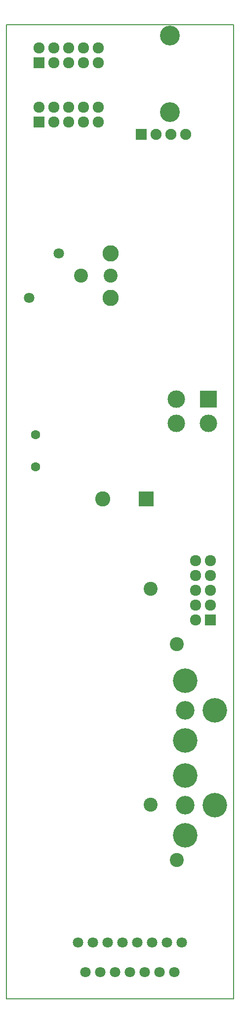
<source format=gbr>
G04 #@! TF.GenerationSoftware,KiCad,Pcbnew,(5.0.0-rc2-dev-311-g1dd4af297)*
G04 #@! TF.CreationDate,2018-06-04T15:35:21+02:00*
G04 #@! TF.ProjectId,resetUSB,72657365745553422E6B696361645F70,1.0*
G04 #@! TF.SameCoordinates,PX6ad8e7cPY2bcdfd4*
G04 #@! TF.FileFunction,Soldermask,Bot*
G04 #@! TF.FilePolarity,Negative*
%FSLAX46Y46*%
G04 Gerber Fmt 4.6, Leading zero omitted, Abs format (unit mm)*
G04 Created by KiCad (PCBNEW (5.0.0-rc2-dev-311-g1dd4af297)) date 06/04/18 15:35:21*
%MOMM*%
%LPD*%
G01*
G04 APERTURE LIST*
%ADD10C,0.200000*%
%ADD11C,0.150000*%
%ADD12C,1.800000*%
%ADD13C,1.600000*%
%ADD14C,2.400000*%
%ADD15O,1.927200X1.927200*%
%ADD16R,1.927200X1.927200*%
%ADD17C,4.200000*%
%ADD18C,3.200000*%
%ADD19C,3.000000*%
%ADD20R,3.000000X3.000000*%
%ADD21C,2.800000*%
%ADD22C,3.400000*%
%ADD23C,2.600000*%
%ADD24R,2.600000X2.600000*%
%ADD25O,1.900000X1.900000*%
%ADD26R,1.900000X1.900000*%
G04 APERTURE END LIST*
D10*
X39000000Y-167000000D02*
X39000000Y0D01*
X0Y-167000000D02*
X39000000Y-167000000D01*
X0Y0D02*
X0Y-167000000D01*
D11*
X39000000Y0D02*
X0Y0D01*
D12*
X12305000Y-157300000D03*
X14845000Y-157300000D03*
X17385000Y-157300000D03*
X19925000Y-157300000D03*
X22465000Y-157300000D03*
X25005000Y-157300000D03*
X27545000Y-157300000D03*
X30085000Y-157300000D03*
X13575000Y-162380000D03*
X16115000Y-162380000D03*
X18655000Y-162380000D03*
X28815000Y-162380000D03*
X26275000Y-162380000D03*
X23735000Y-162380000D03*
X21195000Y-162380000D03*
D13*
X5000000Y-75750000D03*
X5000000Y-70250000D03*
D14*
X24770000Y-96650000D03*
X29210000Y-106180000D03*
D15*
X32460000Y-91840000D03*
X35000000Y-91840000D03*
X32460000Y-94380000D03*
X35000000Y-94380000D03*
X32460000Y-96920000D03*
X35000000Y-96920000D03*
X32460000Y-99460000D03*
X35000000Y-99460000D03*
X32460000Y-102000000D03*
D16*
X35000000Y-102000000D03*
D17*
X30658500Y-128705500D03*
X30658500Y-138905500D03*
D18*
X30658500Y-133805500D03*
D17*
X35758500Y-133805500D03*
D19*
X29158000Y-68361000D03*
X29158000Y-64161000D03*
X34658000Y-68361000D03*
D20*
X34658000Y-64161000D03*
D17*
X30658500Y-112449500D03*
X30658500Y-122649500D03*
D18*
X30658500Y-117549500D03*
D17*
X35758500Y-117549500D03*
D12*
X3920000Y-46810000D03*
X9000000Y-39190000D03*
D14*
X12810000Y-43000000D03*
X17890000Y-43000000D03*
D21*
X17890000Y-46810000D03*
X17890000Y-39190000D03*
D22*
X28043500Y-1853500D03*
X28043500Y-14993500D03*
D23*
X16500000Y-81280000D03*
D24*
X24000000Y-81280000D03*
D14*
X24770000Y-133650000D03*
X29210000Y-143180000D03*
D15*
X15774000Y-3989000D03*
X15774000Y-6529000D03*
X13234000Y-3989000D03*
X13234000Y-6529000D03*
X10694000Y-3989000D03*
X10694000Y-6529000D03*
X8154000Y-3989000D03*
X8154000Y-6529000D03*
X5614000Y-3989000D03*
D16*
X5614000Y-6529000D03*
D15*
X15774000Y-14149000D03*
X15774000Y-16689000D03*
X13234000Y-14149000D03*
X13234000Y-16689000D03*
X10694000Y-14149000D03*
X10694000Y-16689000D03*
X8154000Y-14149000D03*
X8154000Y-16689000D03*
X5614000Y-14149000D03*
D16*
X5614000Y-16689000D03*
D25*
X30760000Y-18761000D03*
X28220000Y-18761000D03*
X25680000Y-18761000D03*
D26*
X23140000Y-18761000D03*
M02*

</source>
